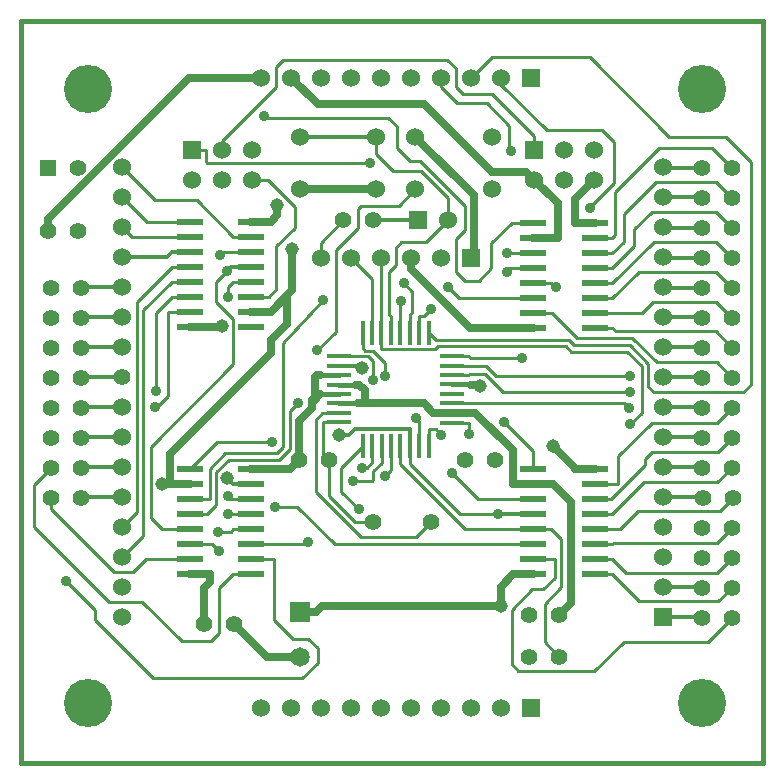
<source format=gtl>
G04 (created by PCBNEW (2013-01-24 BZR 3921)-testing) date Fri 25 Jan 2013 03:38:43 AM CET*
%MOIN*%
G04 Gerber Fmt 3.4, Leading zero omitted, Abs format*
%FSLAX34Y34*%
G01*
G70*
G90*
G04 APERTURE LIST*
%ADD10C,0.00787402*%
%ADD11C,0.015*%
%ADD12C,0.055*%
%ADD13R,0.06X0.06*%
%ADD14C,0.06*%
%ADD15R,0.065X0.065*%
%ADD16C,0.065*%
%ADD17R,0.055X0.055*%
%ADD18C,0.16*%
%ADD19R,0.0866X0.0236*%
%ADD20R,0.0787X0.0177*%
%ADD21R,0.0177X0.0787*%
%ADD22C,0.045*%
%ADD23C,0.035*%
%ADD24C,0.028*%
%ADD25C,0.0174*%
%ADD26C,0.01*%
%ADD27C,0.014*%
G04 APERTURE END LIST*
G54D10*
G54D11*
X41700Y-21900D02*
X66450Y-21900D01*
X41700Y-46650D02*
X41700Y-21900D01*
X66450Y-46650D02*
X41700Y-46650D01*
X66450Y-21900D02*
X66450Y-46650D01*
G54D12*
X55365Y-38600D03*
X53435Y-38600D03*
G54D13*
X47400Y-26200D03*
G54D14*
X47400Y-27200D03*
X48400Y-26200D03*
X48400Y-27200D03*
X49400Y-26200D03*
X49400Y-27200D03*
G54D13*
X58800Y-26200D03*
G54D14*
X58800Y-27200D03*
X59800Y-26200D03*
X59800Y-27200D03*
X60800Y-26200D03*
X60800Y-27200D03*
G54D12*
X53450Y-28550D03*
X52450Y-28550D03*
X56500Y-36550D03*
X57500Y-36550D03*
X50972Y-36542D03*
X51972Y-36542D03*
G54D15*
X50986Y-41609D03*
G54D16*
X50986Y-43109D03*
G54D12*
X47800Y-42000D03*
X48800Y-42000D03*
G54D17*
X42600Y-26800D03*
G54D12*
X43600Y-26800D03*
X64400Y-34800D03*
X65400Y-34800D03*
X64400Y-35800D03*
X65400Y-35800D03*
X64400Y-36800D03*
X65400Y-36800D03*
X64450Y-37800D03*
X65450Y-37800D03*
X64400Y-38800D03*
X65400Y-38800D03*
X64400Y-39800D03*
X65400Y-39800D03*
X64400Y-40800D03*
X65400Y-40800D03*
X64400Y-41800D03*
X65400Y-41800D03*
X43700Y-30800D03*
X42700Y-30800D03*
X43700Y-31800D03*
X42700Y-31800D03*
X43700Y-32800D03*
X42700Y-32800D03*
X43700Y-33800D03*
X42700Y-33800D03*
X43700Y-34800D03*
X42700Y-34800D03*
X43700Y-35800D03*
X42700Y-35800D03*
X43700Y-36800D03*
X42700Y-36800D03*
X43700Y-37800D03*
X42700Y-37800D03*
X64400Y-26800D03*
X65400Y-26800D03*
X64400Y-27800D03*
X65400Y-27800D03*
X64400Y-28800D03*
X65400Y-28800D03*
X64400Y-29800D03*
X65400Y-29800D03*
X64400Y-30800D03*
X65400Y-30800D03*
X64400Y-31800D03*
X65400Y-31800D03*
X64400Y-32800D03*
X65400Y-32800D03*
X64400Y-33800D03*
X65400Y-33800D03*
X42600Y-28900D03*
X43600Y-28900D03*
X58650Y-41700D03*
X59650Y-41700D03*
G54D18*
X43924Y-24186D03*
X43924Y-44658D03*
X64397Y-24186D03*
X64397Y-44658D03*
G54D12*
X58650Y-43100D03*
X59650Y-43100D03*
G54D14*
X45080Y-26784D03*
X45080Y-27784D03*
X45080Y-28784D03*
X45080Y-29784D03*
X45080Y-30784D03*
X45080Y-31784D03*
X45080Y-32784D03*
X45080Y-34784D03*
X45080Y-35784D03*
X45080Y-36784D03*
X45080Y-37784D03*
X45080Y-38784D03*
X45080Y-39784D03*
X45080Y-40784D03*
X45080Y-41784D03*
X63100Y-26780D03*
X63100Y-27780D03*
X63100Y-28780D03*
X63100Y-29780D03*
X63100Y-30780D03*
X63100Y-31780D03*
X63100Y-32780D03*
X63100Y-33780D03*
X63100Y-34780D03*
X63100Y-35780D03*
X63100Y-36780D03*
X63100Y-37780D03*
X63100Y-38780D03*
X63100Y-39780D03*
X63100Y-40780D03*
G54D13*
X63100Y-41780D03*
G54D12*
X45080Y-33784D03*
G54D19*
X60823Y-32150D03*
X60823Y-31650D03*
X60823Y-31150D03*
X60823Y-30650D03*
X60823Y-30150D03*
X60823Y-29650D03*
X60823Y-29150D03*
X60823Y-28650D03*
X58777Y-28650D03*
X58777Y-29150D03*
X58777Y-29650D03*
X58777Y-30150D03*
X58777Y-30650D03*
X58777Y-31150D03*
X58777Y-31650D03*
X58777Y-32150D03*
X60823Y-40350D03*
X60823Y-39850D03*
X60823Y-39350D03*
X60823Y-38850D03*
X60823Y-38350D03*
X60823Y-37850D03*
X60823Y-37350D03*
X60823Y-36850D03*
X58777Y-36850D03*
X58777Y-37350D03*
X58777Y-37850D03*
X58777Y-38350D03*
X58777Y-38850D03*
X58777Y-39350D03*
X58777Y-39850D03*
X58777Y-40350D03*
X47327Y-28600D03*
X47327Y-29100D03*
X47327Y-29600D03*
X47327Y-30100D03*
X47327Y-30600D03*
X47327Y-31100D03*
X47327Y-31600D03*
X47327Y-32100D03*
X49373Y-32100D03*
X49373Y-31600D03*
X49373Y-31100D03*
X49373Y-30600D03*
X49373Y-30100D03*
X49373Y-29600D03*
X49373Y-29100D03*
X49373Y-28600D03*
X49373Y-40350D03*
X49373Y-39850D03*
X49373Y-39350D03*
X49373Y-38850D03*
X49373Y-38350D03*
X49373Y-37850D03*
X49373Y-37350D03*
X49373Y-36850D03*
X47327Y-36850D03*
X47327Y-37350D03*
X47327Y-37850D03*
X47327Y-38350D03*
X47327Y-38850D03*
X47327Y-39350D03*
X47327Y-39850D03*
X47327Y-40350D03*
G54D20*
X52304Y-35293D03*
X52304Y-34978D03*
X52304Y-34663D03*
X52304Y-34348D03*
X52304Y-34033D03*
X52304Y-33718D03*
X52304Y-33403D03*
X52304Y-33088D03*
X56070Y-33090D03*
X56070Y-35300D03*
X56070Y-34980D03*
X56070Y-34660D03*
X56070Y-34350D03*
X56070Y-34030D03*
X56070Y-33720D03*
X56070Y-33400D03*
G54D21*
X53088Y-32300D03*
X53402Y-32300D03*
X53718Y-32300D03*
X54032Y-32300D03*
X54348Y-32300D03*
X54662Y-32300D03*
X54978Y-32300D03*
X55292Y-32300D03*
X53090Y-36080D03*
X53400Y-36080D03*
X53720Y-36080D03*
X54030Y-36080D03*
X54340Y-36080D03*
X54660Y-36080D03*
X54980Y-36080D03*
X55300Y-36080D03*
G54D14*
X53550Y-25775D03*
X51000Y-25775D03*
X53550Y-27525D03*
X51000Y-27525D03*
X57400Y-25775D03*
X54850Y-25775D03*
X57400Y-27525D03*
X54850Y-27525D03*
G54D13*
X58700Y-23800D03*
G54D14*
X57700Y-23800D03*
X56700Y-23800D03*
X55700Y-23800D03*
X54700Y-23800D03*
X53700Y-23800D03*
X52700Y-23800D03*
X51700Y-23800D03*
X50700Y-23800D03*
X49700Y-23800D03*
G54D13*
X58700Y-44800D03*
G54D14*
X57700Y-44800D03*
X56700Y-44800D03*
X55700Y-44800D03*
X54700Y-44800D03*
X53700Y-44800D03*
X52700Y-44800D03*
X51700Y-44800D03*
X50700Y-44800D03*
X49700Y-44800D03*
G54D13*
X56700Y-29800D03*
G54D14*
X55700Y-29800D03*
X54700Y-29800D03*
X53700Y-29800D03*
X52700Y-29800D03*
X51700Y-29800D03*
G54D13*
X54950Y-28550D03*
G54D14*
X55950Y-28550D03*
G54D22*
X48397Y-32095D03*
X57000Y-34071D03*
X59423Y-36070D03*
G54D23*
X55706Y-35716D03*
X62006Y-35364D03*
X54366Y-31253D03*
X58050Y-26250D03*
X55382Y-31510D03*
X58415Y-33142D03*
X60670Y-28140D03*
X55943Y-30791D03*
X61995Y-34288D03*
X61983Y-34826D03*
G54D22*
X53061Y-33490D03*
G54D23*
X52754Y-37252D03*
X52953Y-38182D03*
X53427Y-33886D03*
X46164Y-34789D03*
X43195Y-40582D03*
X48274Y-38941D03*
X48599Y-37751D03*
X57812Y-35285D03*
X48335Y-29723D03*
G54D22*
X48578Y-37145D03*
G54D23*
X49796Y-25073D03*
X48307Y-39586D03*
X51284Y-39277D03*
X48588Y-38350D03*
X50065Y-35941D03*
X50176Y-38100D03*
X46195Y-34251D03*
X53850Y-33740D03*
X53063Y-36800D03*
X54856Y-35143D03*
X53327Y-26657D03*
X50938Y-34639D03*
X48594Y-31122D03*
X57894Y-30268D03*
X57609Y-38350D03*
G54D22*
X52301Y-35702D03*
G54D23*
X51780Y-31210D03*
X56061Y-36989D03*
X57903Y-29655D03*
X56621Y-35672D03*
X48555Y-30263D03*
X59525Y-30782D03*
X53828Y-37067D03*
X51579Y-32887D03*
X62004Y-33750D03*
X54459Y-30642D03*
G54D22*
X46402Y-37350D03*
X50748Y-29513D03*
X57690Y-41410D03*
X50242Y-28063D03*
G54D24*
X51683Y-33718D02*
X51562Y-33718D01*
G54D25*
X51683Y-33718D02*
X51737Y-33718D01*
X52304Y-33718D02*
X51737Y-33718D01*
G54D24*
X51490Y-34543D02*
X51390Y-34543D01*
X51490Y-33790D02*
X51490Y-34543D01*
X51562Y-33718D02*
X51490Y-33790D01*
X50972Y-36542D02*
X50972Y-35245D01*
X50972Y-35245D02*
X51390Y-34827D01*
X51390Y-34827D02*
X51390Y-34543D01*
X51390Y-34543D02*
X51390Y-34643D01*
X51390Y-34643D02*
X51685Y-34348D01*
X50033Y-36850D02*
X50664Y-36850D01*
X50664Y-36850D02*
X50972Y-36542D01*
X47987Y-32100D02*
X48392Y-32100D01*
X48392Y-32100D02*
X48397Y-32095D01*
X47327Y-32100D02*
X47987Y-32100D01*
X50986Y-43109D02*
X49909Y-43109D01*
X49909Y-43109D02*
X48800Y-42000D01*
G54D25*
X52304Y-34348D02*
X51685Y-34348D01*
G54D24*
X60163Y-36850D02*
X60163Y-36810D01*
X60163Y-36810D02*
X59423Y-36070D01*
X53550Y-27525D02*
X51000Y-27525D01*
X49373Y-36850D02*
X50033Y-36850D01*
X54850Y-25775D02*
X56800Y-27725D01*
X56800Y-27725D02*
X56800Y-29800D01*
X60800Y-27200D02*
X60163Y-27837D01*
X60163Y-27837D02*
X60163Y-28650D01*
X60823Y-28650D02*
X60163Y-28650D01*
X57000Y-34071D02*
X56964Y-34035D01*
X56964Y-34035D02*
X56693Y-34035D01*
G54D25*
X56693Y-34035D02*
X56643Y-34035D01*
X56643Y-34035D02*
X56638Y-34030D01*
X56070Y-34030D02*
X56638Y-34030D01*
G54D24*
X60823Y-36850D02*
X60163Y-36850D01*
X42600Y-28900D02*
X42600Y-28515D01*
X42600Y-28515D02*
X47315Y-23800D01*
X47315Y-23800D02*
X49700Y-23800D01*
X51683Y-34346D02*
X51685Y-34348D01*
G54D26*
X53550Y-25775D02*
X53550Y-26360D01*
X55950Y-27820D02*
X55950Y-28550D01*
X55030Y-26900D02*
X55950Y-27820D01*
X54090Y-26900D02*
X55030Y-26900D01*
X53550Y-26360D02*
X54090Y-26900D01*
X55950Y-28550D02*
X55214Y-29286D01*
X55214Y-29286D02*
X54385Y-29286D01*
X54385Y-29286D02*
X54198Y-29473D01*
X54198Y-29473D02*
X54198Y-30051D01*
X54198Y-30051D02*
X53984Y-30265D01*
X53984Y-30265D02*
X53984Y-31701D01*
X53984Y-31701D02*
X54032Y-31749D01*
X54032Y-32300D02*
X54032Y-31749D01*
G54D27*
X51000Y-25775D02*
X53550Y-25775D01*
G54D26*
X53550Y-25775D02*
X53750Y-25775D01*
X55300Y-35529D02*
X55519Y-35529D01*
X55300Y-36080D02*
X55300Y-35529D01*
X55519Y-35529D02*
X55706Y-35716D01*
X58800Y-26200D02*
X58800Y-25743D01*
X48400Y-25913D02*
X48400Y-26200D01*
X50190Y-24123D02*
X48400Y-25913D01*
X50190Y-23457D02*
X50190Y-24123D01*
X50444Y-23203D02*
X50190Y-23457D01*
X55904Y-23203D02*
X50444Y-23203D01*
X56186Y-23485D02*
X55904Y-23203D01*
X56186Y-24116D02*
X56186Y-23485D01*
X56423Y-24353D02*
X56186Y-24116D01*
X57410Y-24353D02*
X56423Y-24353D01*
X58800Y-25743D02*
X57410Y-24353D01*
X53718Y-32850D02*
X55498Y-32850D01*
X53718Y-32300D02*
X53718Y-32850D01*
X62386Y-34984D02*
X62006Y-35364D01*
X62386Y-33430D02*
X62386Y-34984D01*
X61897Y-32941D02*
X62386Y-33430D01*
X60046Y-32941D02*
X61897Y-32941D01*
X59865Y-32760D02*
X60046Y-32941D01*
X55588Y-32760D02*
X59865Y-32760D01*
X55498Y-32850D02*
X55588Y-32760D01*
X53700Y-29800D02*
X53718Y-29818D01*
X53718Y-29818D02*
X53718Y-32300D01*
G54D27*
X54950Y-28550D02*
X54518Y-28550D01*
X53450Y-28550D02*
X54518Y-28550D01*
G54D26*
X52450Y-28550D02*
X51700Y-29300D01*
X51700Y-29300D02*
X51700Y-29800D01*
X52304Y-35293D02*
X51754Y-35293D01*
X51754Y-36324D02*
X51972Y-36542D01*
X51754Y-35293D02*
X51754Y-36324D01*
X51972Y-36542D02*
X51972Y-37741D01*
X52831Y-38600D02*
X53435Y-38600D01*
X51972Y-37741D02*
X52831Y-38600D01*
X54348Y-31749D02*
X54348Y-31271D01*
X54348Y-32300D02*
X54348Y-31749D01*
X54348Y-31271D02*
X54366Y-31253D01*
X55700Y-24110D02*
X55700Y-23800D01*
X57231Y-24661D02*
X57970Y-25400D01*
X56251Y-24661D02*
X57231Y-24661D01*
X56251Y-24661D02*
X55700Y-24110D01*
X57970Y-26170D02*
X57970Y-25400D01*
X58050Y-26250D02*
X57970Y-26170D01*
X55143Y-31749D02*
X55382Y-31510D01*
X54978Y-32300D02*
X54978Y-31749D01*
X54978Y-31749D02*
X55143Y-31749D01*
X61060Y-25560D02*
X61080Y-25560D01*
X56621Y-33090D02*
X56673Y-33142D01*
X56673Y-33142D02*
X58415Y-33142D01*
X56621Y-33090D02*
X56070Y-33090D01*
X60670Y-28130D02*
X60670Y-28140D01*
X61470Y-27330D02*
X60670Y-28130D01*
X61470Y-25950D02*
X61470Y-27330D01*
X61080Y-25560D02*
X61470Y-25950D01*
X57700Y-23800D02*
X57700Y-24040D01*
X59220Y-25560D02*
X61060Y-25560D01*
X61060Y-25560D02*
X61060Y-25560D01*
X57700Y-24040D02*
X59220Y-25560D01*
X58777Y-31150D02*
X58187Y-31150D01*
X56302Y-31150D02*
X55943Y-30791D01*
X58187Y-31150D02*
X56302Y-31150D01*
X56621Y-33720D02*
X56652Y-33689D01*
X56070Y-33720D02*
X56621Y-33720D01*
X57758Y-34288D02*
X61995Y-34288D01*
X57159Y-33689D02*
X57758Y-34288D01*
X56652Y-33689D02*
X57159Y-33689D01*
X56621Y-34660D02*
X61817Y-34660D01*
X56070Y-34660D02*
X56621Y-34660D01*
X61817Y-34660D02*
X61983Y-34826D01*
G54D27*
X52855Y-33403D02*
X52942Y-33490D01*
X52942Y-33490D02*
X53061Y-33490D01*
X52304Y-33403D02*
X52855Y-33403D01*
G54D26*
X53720Y-36080D02*
X53720Y-36630D01*
X53407Y-37252D02*
X52754Y-37252D01*
X53446Y-37213D02*
X53407Y-37252D01*
X53446Y-36909D02*
X53446Y-37213D01*
X53720Y-36635D02*
X53446Y-36909D01*
X53720Y-36630D02*
X53720Y-36635D01*
X53090Y-36080D02*
X52372Y-36798D01*
X52372Y-36798D02*
X52372Y-37601D01*
X52372Y-37601D02*
X52953Y-38182D01*
X52304Y-33088D02*
X53278Y-33088D01*
X53278Y-33088D02*
X53452Y-33262D01*
X53452Y-33262D02*
X53452Y-33861D01*
X53452Y-33861D02*
X53427Y-33886D01*
X46600Y-31600D02*
X46600Y-34421D01*
X47327Y-31600D02*
X46600Y-31600D01*
X46232Y-34789D02*
X46164Y-34789D01*
X46600Y-34421D02*
X46232Y-34789D01*
X46737Y-30600D02*
X45782Y-31555D01*
X45782Y-31555D02*
X45782Y-39082D01*
X45782Y-39082D02*
X45080Y-39784D01*
X47327Y-30600D02*
X46737Y-30600D01*
G54D27*
X46737Y-29600D02*
X46553Y-29784D01*
X46553Y-29784D02*
X45080Y-29784D01*
X47327Y-29600D02*
X46737Y-29600D01*
G54D26*
X45080Y-27784D02*
X45896Y-28600D01*
X47327Y-28600D02*
X46737Y-28600D01*
X45896Y-28600D02*
X46737Y-28600D01*
X61506Y-27604D02*
X62960Y-26150D01*
X64750Y-26150D02*
X65400Y-26800D01*
X62960Y-26150D02*
X64750Y-26150D01*
X61411Y-29150D02*
X61506Y-29055D01*
X60823Y-29150D02*
X61411Y-29150D01*
X61506Y-29055D02*
X61506Y-27604D01*
X61413Y-30150D02*
X62152Y-29411D01*
X60823Y-30150D02*
X61413Y-30150D01*
X64883Y-28283D02*
X65400Y-28800D01*
X62725Y-28283D02*
X64883Y-28283D01*
X62152Y-28856D02*
X62725Y-28283D01*
X62152Y-29411D02*
X62152Y-28856D01*
X60823Y-31150D02*
X61413Y-31150D01*
X62290Y-30273D02*
X61413Y-31150D01*
X64873Y-30273D02*
X62290Y-30273D01*
X65400Y-30800D02*
X64873Y-30273D01*
X65400Y-32800D02*
X64860Y-32260D01*
X60823Y-32150D02*
X61413Y-32150D01*
X61523Y-32260D02*
X61413Y-32150D01*
X64860Y-32260D02*
X61523Y-32260D01*
X47327Y-39850D02*
X45870Y-39850D01*
X42700Y-38189D02*
X42700Y-37800D01*
X44805Y-40294D02*
X42700Y-38189D01*
X45426Y-40294D02*
X44805Y-40294D01*
X45870Y-39850D02*
X45426Y-40294D01*
X51590Y-43300D02*
X51590Y-42825D01*
X49373Y-39850D02*
X50133Y-39850D01*
X51276Y-42511D02*
X51588Y-42823D01*
X50766Y-42511D02*
X51276Y-42511D01*
X50133Y-41878D02*
X50766Y-42511D01*
X50133Y-39850D02*
X50133Y-41878D01*
X44160Y-41547D02*
X44160Y-41890D01*
X44160Y-41890D02*
X46090Y-43820D01*
X46090Y-43820D02*
X51070Y-43820D01*
X51070Y-43820D02*
X51590Y-43300D01*
X43195Y-40582D02*
X44160Y-41547D01*
X51590Y-42825D02*
X51588Y-42823D01*
X48692Y-38941D02*
X48274Y-38941D01*
X48783Y-38850D02*
X48692Y-38941D01*
X49373Y-38850D02*
X48783Y-38850D01*
X48698Y-37850D02*
X48599Y-37751D01*
X49373Y-37850D02*
X48698Y-37850D01*
G54D27*
X63100Y-34780D02*
X64380Y-34780D01*
X64380Y-34780D02*
X64400Y-34800D01*
X63100Y-36780D02*
X64380Y-36780D01*
X64380Y-36780D02*
X64400Y-36800D01*
X63100Y-40780D02*
X64380Y-40780D01*
X64380Y-40780D02*
X64400Y-40800D01*
X45080Y-30784D02*
X43716Y-30784D01*
X43716Y-30784D02*
X43700Y-30800D01*
X45080Y-32784D02*
X43716Y-32784D01*
X43716Y-32784D02*
X43700Y-32800D01*
X45080Y-34784D02*
X43716Y-34784D01*
X43716Y-34784D02*
X43700Y-34800D01*
X45080Y-36784D02*
X43716Y-36784D01*
X43716Y-36784D02*
X43700Y-36800D01*
X63100Y-26780D02*
X63120Y-26800D01*
X63120Y-26800D02*
X64400Y-26800D01*
X63100Y-28780D02*
X63120Y-28800D01*
X63120Y-28800D02*
X64400Y-28800D01*
X63100Y-30780D02*
X63120Y-30800D01*
X63120Y-30800D02*
X64400Y-30800D01*
X63100Y-32780D02*
X64380Y-32780D01*
X64380Y-32780D02*
X64400Y-32800D01*
G54D26*
X58777Y-36250D02*
X57812Y-35285D01*
X58777Y-36850D02*
X58777Y-36250D01*
X48458Y-29600D02*
X48335Y-29723D01*
X48458Y-29600D02*
X49373Y-29600D01*
X60823Y-37850D02*
X61360Y-37850D01*
X62962Y-36270D02*
X64930Y-36270D01*
X64930Y-36270D02*
X65400Y-35800D01*
X62730Y-36270D02*
X62962Y-36270D01*
X62500Y-36500D02*
X62730Y-36270D01*
X62500Y-36710D02*
X62500Y-36500D01*
X61360Y-37850D02*
X62500Y-36710D01*
X60823Y-38850D02*
X61680Y-38850D01*
X61680Y-38850D02*
X62270Y-38260D01*
X64990Y-38260D02*
X65450Y-37800D01*
X62270Y-38260D02*
X64990Y-38260D01*
X60823Y-39850D02*
X61413Y-39850D01*
X64900Y-40300D02*
X65400Y-39800D01*
X61863Y-40300D02*
X64900Y-40300D01*
X61413Y-39850D02*
X61863Y-40300D01*
X65400Y-41800D02*
X64601Y-42599D01*
X58777Y-39850D02*
X59487Y-39850D01*
X59487Y-40477D02*
X59487Y-39850D01*
X59117Y-40847D02*
X59487Y-40477D01*
X58743Y-40847D02*
X59117Y-40847D01*
X58056Y-41534D02*
X58743Y-40847D01*
X58056Y-43359D02*
X58056Y-41534D01*
X58267Y-43570D02*
X58056Y-43359D01*
X60817Y-43570D02*
X58267Y-43570D01*
X61788Y-42599D02*
X60817Y-43570D01*
X64601Y-42599D02*
X61788Y-42599D01*
G54D27*
X48783Y-37350D02*
X48578Y-37145D01*
X49373Y-37350D02*
X48783Y-37350D01*
G54D26*
X55010Y-26580D02*
X56510Y-28080D01*
X56210Y-29190D02*
X56510Y-28890D01*
X56510Y-28890D02*
X56510Y-28080D01*
X49796Y-25073D02*
X49863Y-25140D01*
X47327Y-39350D02*
X48071Y-39350D01*
X48071Y-39350D02*
X48307Y-39586D01*
X54680Y-26580D02*
X55010Y-26580D01*
X54240Y-26140D02*
X54680Y-26580D01*
X54240Y-25430D02*
X54240Y-26140D01*
X53950Y-25140D02*
X54240Y-25430D01*
X49863Y-25140D02*
X53950Y-25140D01*
X56506Y-30576D02*
X56210Y-30280D01*
X56954Y-30576D02*
X56506Y-30576D01*
X57385Y-30145D02*
X56954Y-30576D01*
X57385Y-29325D02*
X57385Y-30145D01*
X58060Y-28650D02*
X57385Y-29325D01*
X58060Y-28650D02*
X58777Y-28650D01*
X56210Y-30280D02*
X56210Y-29190D01*
X48783Y-40350D02*
X48302Y-40831D01*
X49373Y-40350D02*
X48783Y-40350D01*
X42121Y-37379D02*
X42700Y-36800D01*
X42121Y-38770D02*
X42121Y-37379D01*
X44635Y-41284D02*
X42121Y-38770D01*
X45746Y-41284D02*
X44635Y-41284D01*
X47055Y-42593D02*
X45746Y-41284D01*
X48036Y-42593D02*
X47055Y-42593D01*
X48302Y-42327D02*
X48036Y-42593D01*
X48302Y-40831D02*
X48302Y-42327D01*
X51211Y-39350D02*
X51284Y-39277D01*
X49373Y-39350D02*
X51211Y-39350D01*
X49373Y-38350D02*
X48588Y-38350D01*
X47327Y-36850D02*
X48236Y-35941D01*
X52163Y-39350D02*
X58777Y-39350D01*
X50913Y-38100D02*
X52163Y-39350D01*
X50176Y-38100D02*
X50913Y-38100D01*
X48236Y-35941D02*
X50065Y-35941D01*
X65400Y-40800D02*
X64940Y-41260D01*
X62300Y-41260D02*
X64940Y-41260D01*
X62300Y-41260D02*
X61390Y-40350D01*
X60823Y-40350D02*
X61390Y-40350D01*
X61390Y-40350D02*
X61413Y-40350D01*
X60823Y-39350D02*
X61413Y-39350D01*
X64900Y-39300D02*
X65400Y-38800D01*
X61463Y-39300D02*
X64900Y-39300D01*
X61413Y-39350D02*
X61463Y-39300D01*
X60823Y-38350D02*
X61413Y-38350D01*
X62480Y-37283D02*
X61413Y-38350D01*
X64917Y-37283D02*
X62480Y-37283D01*
X65400Y-36800D02*
X64917Y-37283D01*
X61590Y-37350D02*
X61590Y-36430D01*
X60823Y-37350D02*
X61590Y-37350D01*
X64900Y-35300D02*
X65400Y-34800D01*
X62720Y-35300D02*
X64900Y-35300D01*
X61590Y-36430D02*
X62720Y-35300D01*
G54D27*
X63100Y-33780D02*
X64380Y-33780D01*
X64380Y-33780D02*
X64400Y-33800D01*
X63100Y-31780D02*
X64380Y-31780D01*
X64380Y-31780D02*
X64400Y-31800D01*
X63100Y-29780D02*
X63120Y-29800D01*
X63120Y-29800D02*
X64400Y-29800D01*
X63100Y-27780D02*
X64380Y-27780D01*
X64380Y-27780D02*
X64400Y-27800D01*
X45080Y-37784D02*
X43716Y-37784D01*
X43716Y-37784D02*
X43700Y-37800D01*
X45080Y-35784D02*
X43716Y-35784D01*
X43716Y-35784D02*
X43700Y-35800D01*
X45080Y-33784D02*
X43716Y-33784D01*
X43716Y-33784D02*
X43700Y-33800D01*
X45080Y-31784D02*
X43716Y-31784D01*
X43716Y-31784D02*
X43700Y-31800D01*
X63100Y-41780D02*
X64380Y-41780D01*
X64380Y-41780D02*
X64400Y-41800D01*
X63100Y-37780D02*
X64430Y-37780D01*
X64430Y-37780D02*
X64450Y-37800D01*
X63100Y-35780D02*
X64380Y-35780D01*
X64380Y-35780D02*
X64400Y-35800D01*
G54D26*
X65400Y-33800D02*
X64893Y-33293D01*
X58777Y-31650D02*
X59367Y-31650D01*
X59397Y-31650D02*
X59367Y-31650D01*
X60234Y-32487D02*
X59397Y-31650D01*
X62085Y-32487D02*
X60234Y-32487D01*
X62891Y-33293D02*
X62085Y-32487D01*
X64893Y-33293D02*
X62891Y-33293D01*
X60823Y-31650D02*
X62398Y-31650D01*
X64883Y-31283D02*
X65400Y-31800D01*
X62765Y-31283D02*
X64883Y-31283D01*
X62398Y-31650D02*
X62765Y-31283D01*
X60823Y-30650D02*
X61413Y-30650D01*
X62790Y-29273D02*
X61413Y-30650D01*
X64873Y-29273D02*
X62790Y-29273D01*
X65400Y-29800D02*
X64873Y-29273D01*
X61413Y-29650D02*
X61789Y-29274D01*
X60823Y-29650D02*
X61413Y-29650D01*
X64870Y-27270D02*
X65400Y-27800D01*
X62869Y-27270D02*
X64870Y-27270D01*
X61789Y-28350D02*
X62869Y-27270D01*
X61789Y-29274D02*
X61789Y-28350D01*
X49373Y-29100D02*
X48783Y-29100D01*
X46174Y-27878D02*
X45080Y-26784D01*
X47561Y-27878D02*
X46174Y-27878D01*
X48783Y-29100D02*
X47561Y-27878D01*
X47327Y-29100D02*
X45396Y-29100D01*
X45396Y-29100D02*
X45080Y-28784D01*
X46737Y-30100D02*
X45568Y-31269D01*
X47327Y-30100D02*
X46737Y-30100D01*
X45568Y-38296D02*
X45080Y-38784D01*
X45568Y-31269D02*
X45568Y-38296D01*
X47327Y-31100D02*
X46737Y-31100D01*
X46195Y-31642D02*
X46195Y-34251D01*
X46737Y-31100D02*
X46195Y-31642D01*
X53402Y-31749D02*
X53402Y-30502D01*
X53402Y-32081D02*
X53402Y-31749D01*
X53402Y-32081D02*
X53402Y-32300D01*
X53402Y-30502D02*
X52700Y-29800D01*
X53088Y-32300D02*
X53088Y-32828D01*
X53850Y-33740D02*
X53849Y-33740D01*
X53850Y-33330D02*
X53850Y-33740D01*
X53420Y-32900D02*
X53850Y-33330D01*
X53160Y-32900D02*
X53420Y-32900D01*
X53088Y-32828D02*
X53160Y-32900D01*
X53400Y-36630D02*
X53230Y-36800D01*
X53400Y-36080D02*
X53400Y-36630D01*
X53230Y-36800D02*
X53063Y-36800D01*
X54980Y-36080D02*
X54980Y-35267D01*
X54980Y-35267D02*
X54856Y-35143D01*
X47857Y-26200D02*
X47857Y-26617D01*
X47400Y-26200D02*
X47857Y-26200D01*
X47897Y-26657D02*
X53327Y-26657D01*
X47857Y-26617D02*
X47897Y-26657D01*
X47917Y-38350D02*
X48215Y-38052D01*
X48215Y-38052D02*
X48215Y-36957D01*
X48215Y-36957D02*
X48622Y-36550D01*
X48622Y-36550D02*
X50318Y-36550D01*
X50318Y-36550D02*
X50674Y-36194D01*
X50674Y-36194D02*
X50674Y-34903D01*
X50674Y-34903D02*
X50938Y-34639D01*
X47327Y-38350D02*
X47917Y-38350D01*
X49373Y-30600D02*
X48783Y-30600D01*
X48594Y-30789D02*
X48783Y-30600D01*
X48594Y-31122D02*
X48594Y-30789D01*
X58777Y-30150D02*
X58187Y-30150D01*
X58012Y-30150D02*
X57894Y-30268D01*
X58187Y-30150D02*
X58012Y-30150D01*
X54660Y-36080D02*
X54660Y-36688D01*
X56322Y-38350D02*
X57609Y-38350D01*
X54660Y-36688D02*
X56322Y-38350D01*
G54D27*
X54660Y-35529D02*
X52824Y-35529D01*
X52824Y-35529D02*
X52651Y-35702D01*
X52651Y-35702D02*
X52301Y-35702D01*
X57609Y-38350D02*
X58187Y-38350D01*
X58777Y-38350D02*
X58187Y-38350D01*
X54660Y-35804D02*
X54660Y-35529D01*
X54660Y-35804D02*
X54660Y-36080D01*
G54D26*
X49400Y-27200D02*
X49920Y-27200D01*
X49970Y-31100D02*
X49373Y-31100D01*
X50210Y-30860D02*
X49970Y-31100D01*
X50210Y-29430D02*
X50210Y-30860D01*
X50820Y-28820D02*
X50210Y-29430D01*
X50820Y-28100D02*
X50820Y-28820D01*
X49920Y-27200D02*
X50820Y-28100D01*
X47997Y-37850D02*
X47997Y-36837D01*
X47327Y-37850D02*
X47997Y-37850D01*
X50447Y-32645D02*
X51780Y-31210D01*
X50447Y-36100D02*
X50447Y-32645D01*
X50224Y-36323D02*
X50447Y-36100D01*
X48511Y-36323D02*
X50224Y-36323D01*
X47997Y-36837D02*
X48511Y-36323D01*
X56922Y-37850D02*
X56061Y-36989D01*
X58777Y-37850D02*
X56922Y-37850D01*
X58777Y-29650D02*
X58187Y-29650D01*
X58182Y-29655D02*
X58187Y-29650D01*
X57903Y-29655D02*
X58182Y-29655D01*
X56070Y-35300D02*
X56621Y-35300D01*
X56621Y-35300D02*
X56621Y-35672D01*
X47327Y-38850D02*
X46388Y-38850D01*
X48203Y-30615D02*
X48555Y-30263D01*
X48203Y-31288D02*
X48203Y-30615D01*
X48779Y-31864D02*
X48203Y-31288D01*
X48779Y-33355D02*
X48779Y-31864D01*
X46020Y-36114D02*
X48779Y-33355D01*
X46020Y-38482D02*
X46020Y-36114D01*
X46388Y-38850D02*
X46020Y-38482D01*
X58777Y-30650D02*
X59367Y-30650D01*
X59499Y-30782D02*
X59367Y-30650D01*
X59525Y-30782D02*
X59499Y-30782D01*
X54340Y-36630D02*
X54340Y-36689D01*
X58777Y-38850D02*
X58187Y-38850D01*
X54340Y-36080D02*
X54340Y-36630D01*
X56501Y-38850D02*
X58187Y-38850D01*
X54340Y-36689D02*
X56501Y-38850D01*
X59650Y-43100D02*
X59155Y-42605D01*
X58777Y-38850D02*
X59367Y-38850D01*
X59712Y-39195D02*
X59367Y-38850D01*
X59712Y-40796D02*
X59712Y-39195D01*
X59155Y-41353D02*
X59712Y-40796D01*
X59155Y-42605D02*
X59155Y-41353D01*
G54D27*
X49373Y-30100D02*
X48718Y-30100D01*
X48718Y-30100D02*
X48555Y-30263D01*
G54D26*
X54030Y-36630D02*
X54030Y-36865D01*
X54030Y-36080D02*
X54030Y-36630D01*
X52201Y-32265D02*
X51579Y-32887D01*
X52201Y-29557D02*
X52201Y-32265D01*
X52950Y-28808D02*
X52201Y-29557D01*
X52950Y-28167D02*
X52950Y-28808D01*
X53030Y-28087D02*
X52950Y-28167D01*
X54288Y-28087D02*
X53030Y-28087D01*
X54850Y-27525D02*
X54288Y-28087D01*
X54030Y-36865D02*
X53828Y-37067D01*
X56070Y-33400D02*
X57193Y-33400D01*
X57543Y-33750D02*
X62004Y-33750D01*
X57193Y-33400D02*
X57543Y-33750D01*
X56700Y-23800D02*
X57390Y-23110D01*
X55525Y-32533D02*
X55292Y-32300D01*
X59959Y-32533D02*
X55525Y-32533D01*
X60140Y-32714D02*
X59959Y-32533D01*
X61991Y-32714D02*
X60140Y-32714D01*
X62613Y-33336D02*
X61991Y-32714D01*
X62613Y-34102D02*
X62613Y-33336D01*
X62791Y-34280D02*
X62613Y-34102D01*
X65773Y-34280D02*
X62791Y-34280D01*
X66021Y-34032D02*
X65773Y-34280D01*
X66021Y-26598D02*
X66021Y-34032D01*
X65193Y-25770D02*
X66021Y-26598D01*
X63313Y-25770D02*
X65193Y-25770D01*
X60653Y-23110D02*
X63313Y-25770D01*
X57390Y-23110D02*
X60653Y-23110D01*
X54459Y-30642D02*
X54749Y-30932D01*
X54662Y-31713D02*
X54662Y-32300D01*
X54749Y-31626D02*
X54662Y-31713D01*
X54749Y-30932D02*
X54749Y-31626D01*
X55365Y-38600D02*
X54856Y-39109D01*
X51747Y-34978D02*
X52304Y-34978D01*
X51527Y-35198D02*
X51747Y-34978D01*
X51527Y-37617D02*
X51527Y-35198D01*
X53019Y-39109D02*
X51527Y-37617D01*
X54856Y-39109D02*
X53019Y-39109D01*
G54D24*
X50033Y-32969D02*
X50033Y-32547D01*
X50033Y-32969D02*
X46667Y-36335D01*
X46667Y-37350D02*
X46667Y-36335D01*
X50570Y-32010D02*
X50570Y-31063D01*
X50033Y-32547D02*
X50570Y-32010D01*
X52872Y-34033D02*
X52963Y-34033D01*
G54D25*
X52304Y-34033D02*
X52872Y-34033D01*
G54D24*
X53160Y-34230D02*
X53160Y-34662D01*
X52963Y-34033D02*
X53160Y-34230D01*
X46402Y-37350D02*
X46667Y-37350D01*
X50033Y-28600D02*
X50242Y-28391D01*
X50242Y-28391D02*
X50242Y-28063D01*
X50033Y-31600D02*
X50570Y-31063D01*
X49373Y-31600D02*
X50033Y-31600D01*
X50570Y-31063D02*
X50748Y-30885D01*
X50748Y-30885D02*
X50748Y-29513D01*
X55450Y-34980D02*
X55132Y-34662D01*
X55132Y-34662D02*
X53160Y-34662D01*
X53160Y-34662D02*
X52927Y-34662D01*
G54D25*
X52304Y-34663D02*
X52872Y-34663D01*
X52927Y-34662D02*
X52872Y-34662D01*
X52872Y-34662D02*
X52872Y-34663D01*
G54D24*
X57690Y-41410D02*
X51737Y-41410D01*
X51737Y-41410D02*
X51538Y-41609D01*
X58117Y-40350D02*
X57690Y-40777D01*
X57690Y-40777D02*
X57690Y-41410D01*
X50986Y-41609D02*
X51538Y-41609D01*
X59650Y-41700D02*
X60047Y-41303D01*
X60047Y-41303D02*
X60047Y-37960D01*
X60047Y-37960D02*
X59437Y-37350D01*
X58777Y-32150D02*
X56662Y-32150D01*
X56662Y-32150D02*
X54701Y-30189D01*
X54701Y-30189D02*
X54700Y-30189D01*
X54700Y-30189D02*
X54700Y-29800D01*
X50700Y-23800D02*
X51594Y-24694D01*
X51594Y-24694D02*
X55141Y-24694D01*
X55141Y-24694D02*
X57387Y-26940D01*
X57387Y-26940D02*
X58540Y-26940D01*
X58540Y-26940D02*
X58800Y-27200D01*
X47327Y-40350D02*
X47987Y-40350D01*
X47800Y-42000D02*
X47800Y-40801D01*
X47800Y-40801D02*
X47987Y-40614D01*
X47987Y-40614D02*
X47987Y-40350D01*
X56070Y-34980D02*
X55450Y-34980D01*
X58777Y-29150D02*
X59587Y-29150D01*
X58800Y-27200D02*
X59587Y-27987D01*
X59587Y-27987D02*
X59587Y-29150D01*
X58777Y-37350D02*
X58087Y-37350D01*
X58777Y-37350D02*
X59437Y-37350D01*
X58777Y-40350D02*
X58117Y-40350D01*
X47327Y-37350D02*
X46667Y-37350D01*
X58087Y-37350D02*
X58087Y-36215D01*
X58087Y-36215D02*
X56852Y-34980D01*
X56852Y-34980D02*
X56070Y-34980D01*
X49373Y-28600D02*
X50033Y-28600D01*
M02*

</source>
